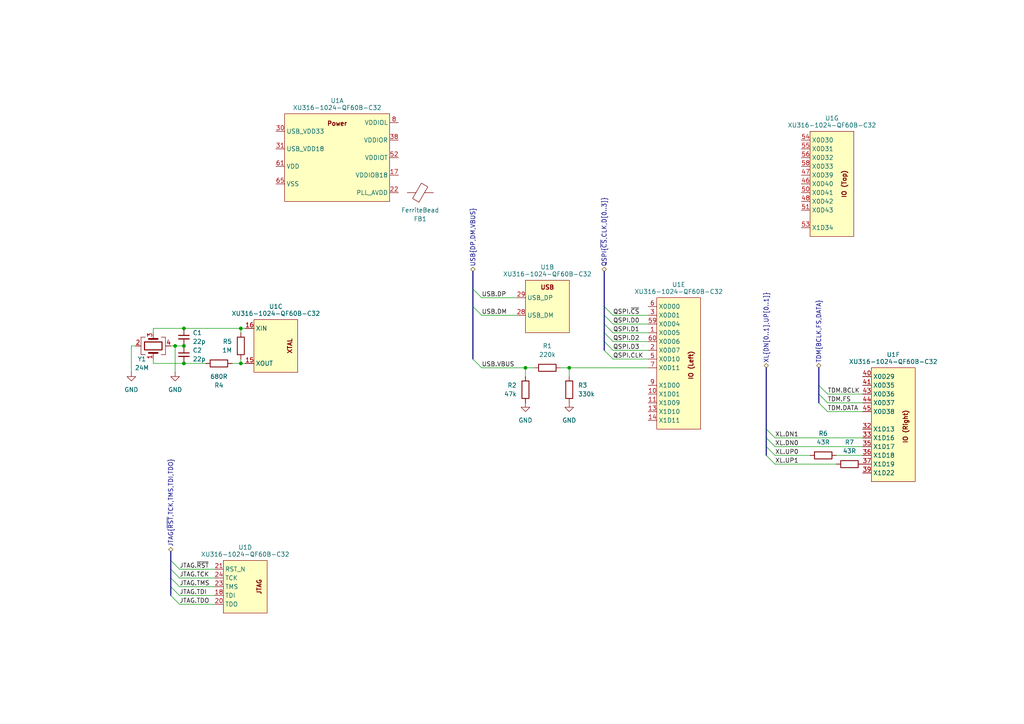
<source format=kicad_sch>
(kicad_sch (version 20231120) (generator "eeschema") (generator_version "8.0")
  (paper "A4")
  (lib_symbols
    (symbol "Device:C_Small" (pin_numbers hide) (pin_names (offset 0.254) hide)
      (property "Reference" "C" (at 0.254 1.778 0))
      (property "Value" "C_Small" (at 0.254 -2.032 0))
      (symbol "C_Small_0_1"
        (polyline (pts (xy -1.524 -0.508) (xy 1.524 -0.508)) (stroke (width 0.3302)))
        (polyline (pts (xy -1.524 0.508) (xy 1.524 0.508)) (stroke (width 0.3048)))
      )
      (symbol "C_Small_1_1"
        (pin passive line (at 0 2.54 270) (length 2.032) (name "~") (number "1"))
        (pin passive line (at 0 -2.54 90) (length 2.032) (name "~") (number "2"))
      )
    )
    (symbol "Device:Crystal_GND24" (pin_names (offset 1.016) hide)
      (property "Reference" "Y" (at 3.175 5.08 0))
      (property "Value" "Crystal_GND24" (at 3.175 3.175 0))
      (symbol "Crystal_GND24_0_1"
        (rectangle (start -1.143 2.54) (end 1.143 -2.54) (stroke (width 0.3048)))
        (polyline (pts (xy -2.54 0) (xy -2.032 0)))
        (polyline (pts (xy -2.032 -1.27) (xy -2.032 1.27)) (stroke (width 0.508)))
        (polyline (pts (xy 0 -3.81) (xy 0 -3.556)))
        (polyline (pts (xy 0 3.556) (xy 0 3.81)))
        (polyline (pts (xy 2.032 -1.27) (xy 2.032 1.27)) (stroke (width 0.508)))
        (polyline (pts (xy 2.032 0) (xy 2.54 0)))
        (polyline (pts (xy -2.54 -2.286) (xy -2.54 -3.556) (xy 2.54 -3.556) (xy 2.54 -2.286)))
        (polyline (pts (xy -2.54 2.286) (xy -2.54 3.556) (xy 2.54 3.556) (xy 2.54 2.286)))
      )
      (symbol "Crystal_GND24_1_1"
        (pin passive line (at -3.81 0 0) (length 1.27) (name "1") (number "1"))
        (pin passive line (at 0 5.08 270) (length 1.27) (name "2") (number "2"))
        (pin passive line (at 3.81 0 180) (length 1.27) (name "3") (number "3"))
        (pin passive line (at 0 -5.08 90) (length 1.27) (name "4") (number "4"))
      )
    )
    (symbol "Device:FerriteBead" (pin_numbers hide) (pin_names (offset 0))
      (property "Reference" "FB" (at -3.81 0.635 90))
      (property "Value" "FerriteBead" (at 3.81 0 90))
      (symbol "FerriteBead_0_1"
        (polyline (pts (xy 0 -1.27) (xy 0 -1.2192)))
        (polyline (pts (xy 0 1.27) (xy 0 1.2954)))
        (polyline (pts (xy -2.7686 0.4064) (xy -1.7018 2.2606) (xy 2.7686 -0.3048) (xy 1.6764 -2.159) (xy -2.7686 0.4064)))
      )
      (symbol "FerriteBead_1_1"
        (pin passive line (at 0 3.81 270) (length 2.54) (name "~") (number "1"))
        (pin passive line (at 0 -3.81 90) (length 2.54) (name "~") (number "2"))
      )
    )
    (symbol "Device:R" (pin_numbers hide) (pin_names (offset 0))
      (property "Reference" "R" (at 2.032 0 90))
      (property "Value" "R" (at 0 0 90))
      (symbol "R_0_1"
        (rectangle (start -1.016 -2.54) (end 1.016 2.54) (stroke (width 0.254)))
      )
      (symbol "R_1_1"
        (pin passive line (at 0 3.81 270) (length 1.27) (name "~") (number "1"))
        (pin passive line (at 0 -3.81 90) (length 1.27) (name "~") (number "2"))
      )
    )
    (symbol "albert-custom:XU316-1024-QF60B-C32"
      (property "Reference" "U" (at 0 0 0))
      (property "Value" "XU316-1024-QF60B-C32" (at 0 -2.032 0))
      (symbol "XU316-1024-QF60B-C32_0_1"
        (pin no_connect line (at 0 0 0) (length 2.54) hide (name "NC") (number "25"))
      )
      (symbol "XU316-1024-QF60B-C32_1_1"
        (rectangle (start -15.24 -3.81) (end 15.24 -29.21) (fill (type background)))
        (text "Power" (at 0 -6.604 0) (effects (font (size 1.27 1.27) (bold yes))))
        (pin power_in line (at -17.78 -19.05 0) (length 2.54) hide (name "VDD") (number "12"))
        (pin power_in line (at 17.78 -21.59 180) (length 2.54) (name "VDDIOB18") (number "17"))
        (pin power_in line (at -17.78 -19.05 0) (length 2.54) hide (name "VDD") (number "19"))
        (pin power_in line (at 17.78 -26.67 180) (length 2.54) (name "PLL_AVDD") (number "22"))
        (pin power_in line (at 17.78 -21.59 180) (length 2.54) hide (name "VDDIOB18") (number "26"))
        (pin power_in line (at -17.78 -19.05 0) (length 2.54) hide (name "VDD") (number "27"))
        (pin power_in line (at -17.78 -8.89 0) (length 2.54) (name "USB_VDD33") (number "30"))
        (pin power_in line (at -17.78 -13.97 0) (length 2.54) (name "USB_VDD18") (number "31"))
        (pin power_in line (at -17.78 -19.05 0) (length 2.54) hide (name "VDD") (number "34"))
        (pin power_in line (at 17.78 -11.43 180) (length 2.54) (name "VDDIOR") (number "38"))
        (pin power_in line (at -17.78 -19.05 0) (length 2.54) hide (name "VDD") (number "4"))
        (pin power_in line (at -17.78 -19.05 0) (length 2.54) hide (name "VDD") (number "42"))
        (pin power_in line (at -17.78 -19.05 0) (length 2.54) hide (name "VDD") (number "49"))
        (pin power_in line (at 17.78 -16.51 180) (length 2.54) (name "VDDIOT") (number "52"))
        (pin power_in line (at -17.78 -19.05 0) (length 2.54) hide (name "VDD") (number "57"))
        (pin power_in line (at -17.78 -19.05 0) (length 2.54) (name "VDD") (number "61"))
        (pin power_in line (at -17.78 -19.05 0) (length 2.54) hide (name "VDD") (number "62"))
        (pin power_in line (at -17.78 -19.05 0) (length 2.54) hide (name "VDD") (number "63"))
        (pin power_in line (at -17.78 -19.05 0) (length 2.54) hide (name "VDD") (number "64"))
        (pin power_in line (at -17.78 -24.13 0) (length 2.54) (name "VSS") (number "65"))
        (pin power_in line (at 17.78 -6.35 180) (length 2.54) (name "VDDIOL") (number "8"))
      )
      (symbol "XU316-1024-QF60B-C32_2_1"
        (rectangle (start -6.35 -3.81) (end 6.35 -19.05) (fill (type background)))
        (text "USB" (at 0 -5.842 0) (effects (font (size 1.27 1.27) (bold yes))))
        (pin bidirectional line (at -8.89 -13.97 0) (length 2.54) (name "USB_DM") (number "28"))
        (pin bidirectional line (at -8.89 -8.89 0) (length 2.54) (name "USB_DP") (number "29"))
      )
      (symbol "XU316-1024-QF60B-C32_3_1"
        (rectangle (start -6.35 -3.81) (end 6.35 -19.05) (fill (type background)))
        (text "XTAL" (at 4.064 -11.43 900) (effects (font (size 1.27 1.27) (bold yes))))
        (pin passive line (at -8.89 -16.51 0) (length 2.54) (name "XOUT") (number "15"))
        (pin passive line (at -8.89 -6.35 0) (length 2.54) (name "XIN") (number "16"))
      )
      (symbol "XU316-1024-QF60B-C32_4_1"
        (rectangle (start -6.35 -3.81) (end 6.35 -19.05) (fill (type background)))
        (text "JTAG" (at 4.064 -11.43 900) (effects (font (size 1.27 1.27) (bold yes))))
        (pin input line (at -8.89 -13.97 0) (length 2.54) (name "TDI") (number "18"))
        (pin output line (at -8.89 -16.51 0) (length 2.54) (name "TDO") (number "20"))
        (pin input line (at -8.89 -6.35 0) (length 2.54) (name "RST_N") (number "21"))
        (pin input line (at -8.89 -11.43 0) (length 2.54) (name "TMS") (number "23"))
        (pin input line (at -8.89 -8.89 0) (length 2.54) (name "TCK") (number "24"))
      )
      (symbol "XU316-1024-QF60B-C32_5_1"
        (rectangle (start -6.35 -3.81) (end 6.35 -41.91) (fill (type background)))
        (text "IO (Left)" (at 3.556 -23.368 900) (effects (font (size 1.27 1.27) (bold yes))))
        (pin bidirectional line (at -8.89 -13.97 0) (length 2.54) (name "X0D05") (number "1"))
        (pin bidirectional line (at -8.89 -31.75 0) (length 2.54) (name "X1D01") (number "10"))
        (pin bidirectional line (at -8.89 -34.29 0) (length 2.54) (name "X1D09") (number "11"))
        (pin bidirectional line (at -8.89 -36.83 0) (length 2.54) (name "X1D10") (number "13"))
        (pin bidirectional line (at -8.89 -39.37 0) (length 2.54) (name "X1D11") (number "14"))
        (pin bidirectional line (at -8.89 -19.05 0) (length 2.54) (name "X0D07") (number "2"))
        (pin bidirectional line (at -8.89 -8.89 0) (length 2.54) (name "X0D01") (number "3"))
        (pin bidirectional line (at -8.89 -21.59 0) (length 2.54) (name "X0D10") (number "5"))
        (pin bidirectional line (at -8.89 -11.43 0) (length 2.54) (name "X0D04") (number "59"))
        (pin bidirectional line (at -8.89 -6.35 0) (length 2.54) (name "X0D00") (number "6"))
        (pin bidirectional line (at -8.89 -16.51 0) (length 2.54) (name "X0D06") (number "60"))
        (pin bidirectional line (at -8.89 -24.13 0) (length 2.54) (name "X0D11") (number "7"))
        (pin bidirectional line (at -8.89 -29.21 0) (length 2.54) (name "X1D00") (number "9"))
      )
      (symbol "XU316-1024-QF60B-C32_6_1"
        (rectangle (start -6.35 -3.81) (end 6.35 -36.83) (fill (type background)))
        (text "IO (Right)" (at 3.556 -20.828 900) (effects (font (size 1.27 1.27) (bold yes))))
        (pin bidirectional line (at -8.89 -21.59 0) (length 2.54) (name "X1D13") (number "32"))
        (pin bidirectional line (at -8.89 -24.13 0) (length 2.54) (name "X1D16") (number "33"))
        (pin bidirectional line (at -8.89 -26.67 0) (length 2.54) (name "X1D17") (number "35"))
        (pin bidirectional line (at -8.89 -29.21 0) (length 2.54) (name "X1D18") (number "36"))
        (pin bidirectional line (at -8.89 -31.75 0) (length 2.54) (name "X1D19") (number "37"))
        (pin bidirectional line (at -8.89 -34.29 0) (length 2.54) (name "X1D22") (number "39"))
        (pin bidirectional line (at -8.89 -6.35 0) (length 2.54) (name "X0D29") (number "40"))
        (pin bidirectional line (at -8.89 -8.89 0) (length 2.54) (name "X0D35") (number "41"))
        (pin bidirectional line (at -8.89 -11.43 0) (length 2.54) (name "X0D36") (number "43"))
        (pin bidirectional line (at -8.89 -13.97 0) (length 2.54) (name "X0D37") (number "44"))
        (pin bidirectional line (at -8.89 -16.51 0) (length 2.54) (name "X0D38") (number "45"))
      )
      (symbol "XU316-1024-QF60B-C32_7_1"
        (rectangle (start -6.35 -3.81) (end 6.35 -34.29) (fill (type background)))
        (text "IO (Top)" (at 3.556 -19.05 900) (effects (font (size 1.27 1.27) (bold yes))))
        (pin bidirectional line (at -8.89 -19.05 0) (length 2.54) (name "X0D40") (number "46"))
        (pin bidirectional line (at -8.89 -16.51 0) (length 2.54) (name "X0D39") (number "47"))
        (pin bidirectional line (at -8.89 -24.13 0) (length 2.54) (name "X0D42") (number "48"))
        (pin bidirectional line (at -8.89 -21.59 0) (length 2.54) (name "X0D41") (number "50"))
        (pin bidirectional line (at -8.89 -26.67 0) (length 2.54) (name "X0D43") (number "51"))
        (pin bidirectional line (at -8.89 -31.75 0) (length 2.54) (name "X1D34") (number "53"))
        (pin bidirectional line (at -8.89 -6.35 0) (length 2.54) (name "X0D30") (number "54"))
        (pin bidirectional line (at -8.89 -8.89 0) (length 2.54) (name "X0D31") (number "55"))
        (pin bidirectional line (at -8.89 -11.43 0) (length 2.54) (name "X0D32") (number "56"))
        (pin bidirectional line (at -8.89 -13.97 0) (length 2.54) (name "X0D33") (number "58"))
      )
    )
    (symbol "power:GND" (power) (pin_numbers hide) (pin_names (offset 0) hide)
      (property "Value" "GND" (at 0 -3.81 0))
      (symbol "GND_0_1"
        (polyline (pts (xy 0 0) (xy 0 -1.27) (xy 1.27 -1.27) (xy 0 -2.54) (xy -1.27 -1.27) (xy 0 -1.27)))
      )
      (symbol "GND_1_1"
        (pin power_in line (at 0 0 270) (length 0) (name "~") (number "1"))
      )
    )
  )
  (junction (at 53.34 105.41))
  (junction (at 50.8 100.33))
  (junction (at 69.85 95.25))
  (junction (at 165.1 106.68))
  (junction (at 53.34 95.25))
  (junction (at 152.4 106.68))
  (junction (at 53.34 100.33))
  (junction (at 69.85 105.41))
  (bus_entry (at 49.53 165.1) (size 2.54 2.54))
  (bus_entry (at 175.26 93.98) (size 2.54 2.54))
  (bus_entry (at 237.49 114.3) (size 2.54 2.54))
  (bus_entry (at 222.25 132.08) (size 2.54 2.54))
  (bus_entry (at 222.25 129.54) (size 2.54 2.54))
  (bus_entry (at 237.49 111.76) (size 2.54 2.54))
  (bus_entry (at 222.25 127) (size 2.54 2.54))
  (bus_entry (at 49.53 172.72) (size 2.54 2.54))
  (bus_entry (at 237.49 116.84) (size 2.54 2.54))
  (bus_entry (at 175.26 88.9) (size 2.54 2.54))
  (bus_entry (at 49.53 162.56) (size 2.54 2.54))
  (bus_entry (at 222.25 124.46) (size 2.54 2.54))
  (bus_entry (at 49.53 167.64) (size 2.54 2.54))
  (bus_entry (at 175.26 96.52) (size 2.54 2.54))
  (bus_entry (at 175.26 99.06) (size 2.54 2.54))
  (bus_entry (at 49.53 170.18) (size 2.54 2.54))
  (bus_entry (at 137.16 104.14) (size 2.54 2.54))
  (bus_entry (at 175.26 101.6) (size 2.54 2.54))
  (bus_entry (at 137.16 83.82) (size 2.54 2.54))
  (bus_entry (at 137.16 88.9) (size 2.54 2.54))
  (bus_entry (at 175.26 91.44) (size 2.54 2.54))
  (wire (pts (xy 69.85 95.25) (xy 53.34 95.25)))
  (wire (pts (xy 224.79 129.54) (xy 250.19 129.54)))
  (bus (pts (xy 222.25 129.54) (xy 222.25 132.08)))
  (wire (pts (xy 69.85 105.41) (xy 71.12 105.41)))
  (wire (pts (xy 44.45 95.25) (xy 44.45 96.52)))
  (wire (pts (xy 177.8 104.14) (xy 187.96 104.14)))
  (bus (pts (xy 222.25 106.68) (xy 222.25 124.46)))
  (wire (pts (xy 177.8 91.44) (xy 187.96 91.44)))
  (wire (pts (xy 69.85 104.14) (xy 69.85 105.41)))
  (wire (pts (xy 62.23 170.18) (xy 52.07 170.18)))
  (wire (pts (xy 53.34 105.41) (xy 59.69 105.41)))
  (wire (pts (xy 177.8 99.06) (xy 187.96 99.06)))
  (bus (pts (xy 175.26 91.44) (xy 175.26 93.98)))
  (wire (pts (xy 152.4 106.68) (xy 152.4 109.22)))
  (bus (pts (xy 137.16 78.74) (xy 137.16 83.82)))
  (bus (pts (xy 175.26 88.9) (xy 175.26 91.44)))
  (bus (pts (xy 222.25 124.46) (xy 222.25 127)))
  (bus (pts (xy 49.53 165.1) (xy 49.53 167.64)))
  (wire (pts (xy 240.03 114.3) (xy 250.19 114.3)))
  (wire (pts (xy 162.56 106.68) (xy 165.1 106.68)))
  (bus (pts (xy 237.49 114.3) (xy 237.49 116.84)))
  (bus (pts (xy 137.16 83.82) (xy 137.16 88.9)))
  (wire (pts (xy 177.8 93.98) (xy 187.96 93.98)))
  (wire (pts (xy 67.31 105.41) (xy 69.85 105.41)))
  (wire (pts (xy 38.1 100.33) (xy 38.1 107.95)))
  (bus (pts (xy 175.26 96.52) (xy 175.26 99.06)))
  (wire (pts (xy 44.45 105.41) (xy 53.34 105.41)))
  (bus (pts (xy 237.49 106.68) (xy 237.49 111.76)))
  (wire (pts (xy 49.53 100.33) (xy 50.8 100.33)))
  (wire (pts (xy 242.57 132.08) (xy 250.19 132.08)))
  (wire (pts (xy 224.79 132.08) (xy 234.95 132.08)))
  (wire (pts (xy 224.79 134.62) (xy 242.57 134.62)))
  (wire (pts (xy 165.1 106.68) (xy 187.96 106.68)))
  (wire (pts (xy 50.8 107.95) (xy 50.8 100.33)))
  (bus (pts (xy 222.25 127) (xy 222.25 129.54)))
  (wire (pts (xy 69.85 95.25) (xy 71.12 95.25)))
  (wire (pts (xy 240.03 119.38) (xy 250.19 119.38)))
  (bus (pts (xy 175.26 78.74) (xy 175.26 88.9)))
  (wire (pts (xy 224.79 127) (xy 250.19 127)))
  (wire (pts (xy 44.45 104.14) (xy 44.45 105.41)))
  (bus (pts (xy 175.26 93.98) (xy 175.26 96.52)))
  (bus (pts (xy 137.16 88.9) (xy 137.16 104.14)))
  (wire (pts (xy 62.23 175.26) (xy 52.07 175.26)))
  (bus (pts (xy 175.26 99.06) (xy 175.26 101.6)))
  (wire (pts (xy 53.34 95.25) (xy 44.45 95.25)))
  (bus (pts (xy 237.49 111.76) (xy 237.49 114.3)))
  (wire (pts (xy 240.03 116.84) (xy 250.19 116.84)))
  (wire (pts (xy 165.1 106.68) (xy 165.1 109.22)))
  (bus (pts (xy 49.53 170.18) (xy 49.53 172.72)))
  (bus (pts (xy 49.53 162.56) (xy 49.53 165.1)))
  (wire (pts (xy 152.4 106.68) (xy 154.94 106.68)))
  (wire (pts (xy 39.37 100.33) (xy 38.1 100.33)))
  (wire (pts (xy 62.23 167.64) (xy 52.07 167.64)))
  (wire (pts (xy 139.7 106.68) (xy 152.4 106.68)))
  (wire (pts (xy 62.23 165.1) (xy 52.07 165.1)))
  (wire (pts (xy 62.23 172.72) (xy 52.07 172.72)))
  (wire (pts (xy 50.8 100.33) (xy 53.34 100.33)))
  (wire (pts (xy 139.7 86.36) (xy 149.86 86.36)))
  (bus (pts (xy 49.53 167.64) (xy 49.53 170.18)))
  (bus (pts (xy 49.53 160.02) (xy 49.53 162.56)))
  (wire (pts (xy 177.8 96.52) (xy 187.96 96.52)))
  (wire (pts (xy 139.7 91.44) (xy 149.86 91.44)))
  (wire (pts (xy 69.85 95.25) (xy 69.85 96.52)))
  (wire (pts (xy 177.8 101.6) (xy 187.96 101.6)))
  (label "USB.VBUS" (at 139.7 106.68 0))
  (label "JTAG.~{RST}" (at 52.07 165.1 0))
  (label "QSPI.D0" (at 177.8 93.98 0))
  (label "USB.DM" (at 139.7 91.44 0))
  (label "XL.DN0" (at 224.79 129.54 0))
  (label "QSPI.D1" (at 177.8 96.52 0))
  (label "USB.DP" (at 139.7 86.36 0))
  (label "JTAG.TCK" (at 52.07 167.64 0))
  (label "QSPI.~{CS}" (at 177.8 91.44 0))
  (label "XL.UP0" (at 224.79 132.08 0))
  (label "QSPI.D3" (at 177.8 101.6 0))
  (label "TDM.BCLK" (at 240.03 114.3 0))
  (label "XL.DN1" (at 224.79 127 0))
  (label "JTAG.TDI" (at 52.07 172.72 0))
  (label "QSPI.CLK" (at 177.8 104.14 0))
  (label "TDM.FS" (at 240.03 116.84 0))
  (label "XL.UP1" (at 224.79 134.62 0))
  (label "QSPI.D2" (at 177.8 99.06 0))
  (label "JTAG.TMS" (at 52.07 170.18 0))
  (label "JTAG.TDO" (at 52.07 175.26 0))
  (label "TDM.DATA" (at 240.03 119.38 0))
  (hierarchical_label "TDM{BCLK,FS,DATA}" (shape bidirectional) (at 237.49 106.68 90))
  (hierarchical_label "JTAG{~{RST},TCK,TMS,TDI,TDO}" (shape bidirectional) (at 49.53 160.02 90))
  (hierarchical_label "XL{DN[0..1],UP[0..1]}" (shape bidirectional) (at 222.25 106.68 90))
  (hierarchical_label "QSPI{~{CS},CLK,D[0..3]}" (shape bidirectional) (at 175.26 78.74 90))
  (hierarchical_label "USB{DP,DM,VBUS}" (shape bidirectional) (at 137.16 78.74 90))
  (symbol (lib_id "Device:R") (at 158.75 106.68 90) (unit 1)
    (property "Reference" "R1" (at 158.75 100.33 90))
    (property "Value" "220k" (at 158.75 102.87 90))
    (property "Description" "Resistor" (effects (hide yes)))
  )
  (symbol (lib_id "Device:R") (at 152.4 113.03 0) (mirror x) (unit 1)
    (property "Reference" "R2" (at 149.86 111.7599 0) (effects (justify right)))
    (property "Value" "47k" (at 149.86 114.2999 0) (effects (justify right)))
    (property "Description" "Resistor" (effects (hide yes)))
  )
  (symbol (lib_id "Device:R") (at 69.85 100.33 0) (unit 1)
    (property "Reference" "R5" (at 67.31 99.0599 0) (effects (justify right)))
    (property "Value" "1M" (at 67.31 101.5999 0) (effects (justify right)))
    (property "Description" "Resistor" (effects (hide yes)))
  )
  (symbol (lib_id "Device:FerriteBead") (at 121.92 55.88 90) (unit 1)
    (property "Reference" "FB1" (at 121.8692 63.5 90))
    (property "Value" "FerriteBead" (at 121.8692 60.96 90))
    (property "Description" "Ferrite bead" (effects (hide yes)))
  )
  (symbol (lib_id "albert-custom:XU316-1024-QF60B-C32") (at 259.08 102.87 0) (unit 6)
    (property "Reference" "U1" (at 259.08 102.87 0))
    (property "Value" "XU316-1024-QF60B-C32" (at 259.08 104.902 0))
    (property "Footprint" "lib_fp:XU316-1024-QF60A-C32_QFN-60_EP_7x7_Pitch0.4mm" (effects (hide yes)))
    (property "Datasheet" "https://www.xmos.com/download/XU316-1024-QF60A-xcore.ai-Datasheet(22).pdf" (effects (hide yes)))
  )
  (symbol (lib_id "Device:C_Small") (at 53.34 102.87 0) (unit 1)
    (property "Reference" "C2" (at 55.88 101.6062 0) (effects (justify left)))
    (property "Value" "22p" (at 55.88 104.1462 0) (effects (justify left)))
    (property "Description" "Unpolarized capacitor, small symbol" (effects (hide yes)))
  )
  (symbol (lib_id "Device:R") (at 238.76 132.08 90) (unit 1)
    (property "Reference" "R6" (at 238.76 125.73 90))
    (property "Value" "43R" (at 238.76 128.27 90))
    (property "Description" "Resistor" (effects (hide yes)))
  )
  (symbol (lib_id "Device:R") (at 165.1 113.03 180) (unit 1)
    (property "Reference" "R3" (at 167.64 111.7599 0) (effects (justify right)))
    (property "Value" "330k" (at 167.64 114.2999 0) (effects (justify right)))
    (property "Description" "Resistor" (effects (hide yes)))
  )
  (symbol (lib_id "Device:C_Small") (at 53.34 97.79 0) (unit 1)
    (property "Reference" "C1" (at 55.88 96.5262 0) (effects (justify left)))
    (property "Value" "22p" (at 55.88 99.0662 0) (effects (justify left)))
    (property "Description" "Unpolarized capacitor, small symbol" (effects (hide yes)))
  )
  (symbol (lib_id "albert-custom:XU316-1024-QF60B-C32") (at 80.01 88.9 0) (unit 3)
    (property "Reference" "U1" (at 80.01 88.9 0))
    (property "Value" "XU316-1024-QF60B-C32" (at 80.01 90.932 0))
    (property "Footprint" "lib_fp:XU316-1024-QF60A-C32_QFN-60_EP_7x7_Pitch0.4mm" (effects (hide yes)))
    (property "Datasheet" "https://www.xmos.com/download/XU316-1024-QF60A-xcore.ai-Datasheet(22).pdf" (effects (hide yes)))
  )
  (symbol (lib_id "albert-custom:XU316-1024-QF60B-C32") (at 241.3 34.29 0) (unit 7)
    (property "Reference" "U1" (at 241.3 34.29 0))
    (property "Value" "XU316-1024-QF60B-C32" (at 241.3 36.322 0))
    (property "Footprint" "lib_fp:XU316-1024-QF60A-C32_QFN-60_EP_7x7_Pitch0.4mm" (effects (hide yes)))
    (property "Datasheet" "https://www.xmos.com/download/XU316-1024-QF60A-xcore.ai-Datasheet(22).pdf" (effects (hide yes)))
  )
  (symbol (lib_id "Device:R") (at 63.5 105.41 90) (unit 1)
    (property "Reference" "R4" (at 63.5 111.76 90))
    (property "Value" "680R" (at 63.5 109.22 90))
    (property "Description" "Resistor" (effects (hide yes)))
  )
  (symbol (lib_id "albert-custom:XU316-1024-QF60B-C32") (at 97.79 29.21 0) (unit 1)
    (property "Reference" "U1" (at 97.79 29.21 0))
    (property "Value" "XU316-1024-QF60B-C32" (at 97.79 31.242 0))
    (property "Footprint" "lib_fp:XU316-1024-QF60A-C32_QFN-60_EP_7x7_Pitch0.4mm" (effects (hide yes)))
    (property "Datasheet" "https://www.xmos.com/download/XU316-1024-QF60A-xcore.ai-Datasheet(22).pdf" (effects (hide yes)))
  )
  (symbol (lib_id "power:GND") (at 165.1 116.84 0) (unit 1)
    (property "Reference" "#PWR02" (effects (hide yes)))
    (property "Value" "GND" (at 165.1 121.92 0))
    (property "Description" "Power symbol creates a global label with name \"GND\" , ground" (effects (hide yes)))
  )
  (symbol (lib_id "Device:R") (at 246.38 134.62 90) (unit 1)
    (property "Reference" "R7" (at 246.38 128.27 90))
    (property "Value" "43R" (at 246.38 130.81 90))
    (property "Description" "Resistor" (effects (hide yes)))
  )
  (symbol (lib_id "albert-custom:XU316-1024-QF60B-C32") (at 158.75 77.47 0) (unit 2)
    (property "Reference" "U1" (at 158.75 77.47 0))
    (property "Value" "XU316-1024-QF60B-C32" (at 158.75 79.502 0))
    (property "Footprint" "lib_fp:XU316-1024-QF60A-C32_QFN-60_EP_7x7_Pitch0.4mm" (effects (hide yes)))
    (property "Datasheet" "https://www.xmos.com/download/XU316-1024-QF60A-xcore.ai-Datasheet(22).pdf" (effects (hide yes)))
  )
  (symbol (lib_id "power:GND") (at 50.8 107.95 0) (unit 1)
    (property "Reference" "#PWR03" (effects (hide yes)))
    (property "Value" "GND" (at 50.8 113.03 0))
    (property "Description" "Power symbol creates a global label with name \"GND\" , ground" (effects (hide yes)))
  )
  (symbol (lib_id "power:GND") (at 152.4 116.84 0) (unit 1)
    (property "Reference" "#PWR01" (effects (hide yes)))
    (property "Value" "GND" (at 152.4 121.92 0))
    (property "Description" "Power symbol creates a global label with name \"GND\" , ground" (effects (hide yes)))
  )
  (symbol (lib_id "Device:Crystal_GND24") (at 44.45 100.33 90) (unit 1)
    (property "Reference" "Y1" (at 41.148 104.14 90))
    (property "Value" "24M" (at 41.148 106.68 90))
    (property "Description" "Four pin crystal, GND on pins 2 and 4" (effects (hide yes)))
  )
  (symbol (lib_id "power:GND") (at 38.1 107.95 0) (unit 1)
    (property "Reference" "#PWR018" (effects (hide yes)))
    (property "Value" "GND" (at 38.1 113.03 0))
    (property "Description" "Power symbol creates a global label with name \"GND\" , ground" (effects (hide yes)))
  )
  (symbol (lib_id "albert-custom:XU316-1024-QF60B-C32") (at 71.12 158.75 0) (unit 4)
    (property "Reference" "U1" (at 71.12 158.75 0))
    (property "Value" "XU316-1024-QF60B-C32" (at 71.12 160.782 0))
    (property "Footprint" "lib_fp:XU316-1024-QF60A-C32_QFN-60_EP_7x7_Pitch0.4mm" (effects (hide yes)))
    (property "Datasheet" "https://www.xmos.com/download/XU316-1024-QF60A-xcore.ai-Datasheet(22).pdf" (effects (hide yes)))
  )
  (symbol (lib_id "albert-custom:XU316-1024-QF60B-C32") (at 196.85 82.55 0) (unit 5)
    (property "Reference" "U1" (at 196.85 82.55 0))
    (property "Value" "XU316-1024-QF60B-C32" (at 196.85 84.582 0))
    (property "Footprint" "lib_fp:XU316-1024-QF60A-C32_QFN-60_EP_7x7_Pitch0.4mm" (effects (hide yes)))
    (property "Datasheet" "https://www.xmos.com/download/XU316-1024-QF60A-xcore.ai-Datasheet(22).pdf" (effects (hide yes)))
  )
)
</source>
